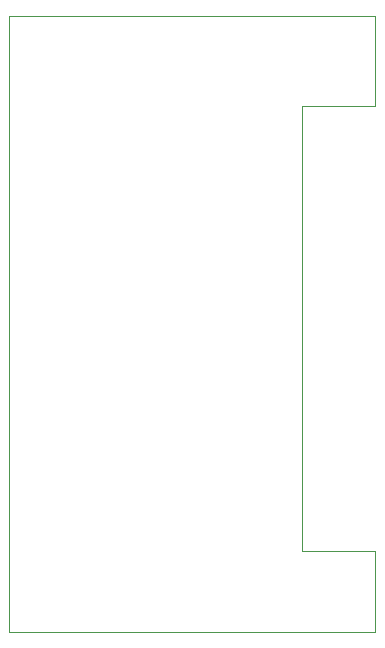
<source format=gm1>
G04 #@! TF.GenerationSoftware,KiCad,Pcbnew,(5.1.2)-1*
G04 #@! TF.CreationDate,2019-05-11T09:03:38-04:00*
G04 #@! TF.ProjectId,PowerSupply,506f7765-7253-4757-9070-6c792e6b6963,1*
G04 #@! TF.SameCoordinates,Original*
G04 #@! TF.FileFunction,Profile,NP*
%FSLAX46Y46*%
G04 Gerber Fmt 4.6, Leading zero omitted, Abs format (unit mm)*
G04 Created by KiCad (PCBNEW (5.1.2)-1) date 2019-05-11 09:03:38*
%MOMM*%
%LPD*%
G04 APERTURE LIST*
%ADD10C,0.050000*%
G04 APERTURE END LIST*
D10*
X132969000Y-76200000D02*
X101981000Y-76200000D01*
X132969000Y-83820000D02*
X132969000Y-76200000D01*
X126746000Y-83820000D02*
X132969000Y-83820000D01*
X126746000Y-121539000D02*
X126746000Y-83820000D01*
X132969000Y-121539000D02*
X126746000Y-121539000D01*
X132969000Y-128397000D02*
X132969000Y-121539000D01*
X101981000Y-128397000D02*
X132969000Y-128397000D01*
X101981000Y-76200000D02*
X101981000Y-128397000D01*
M02*

</source>
